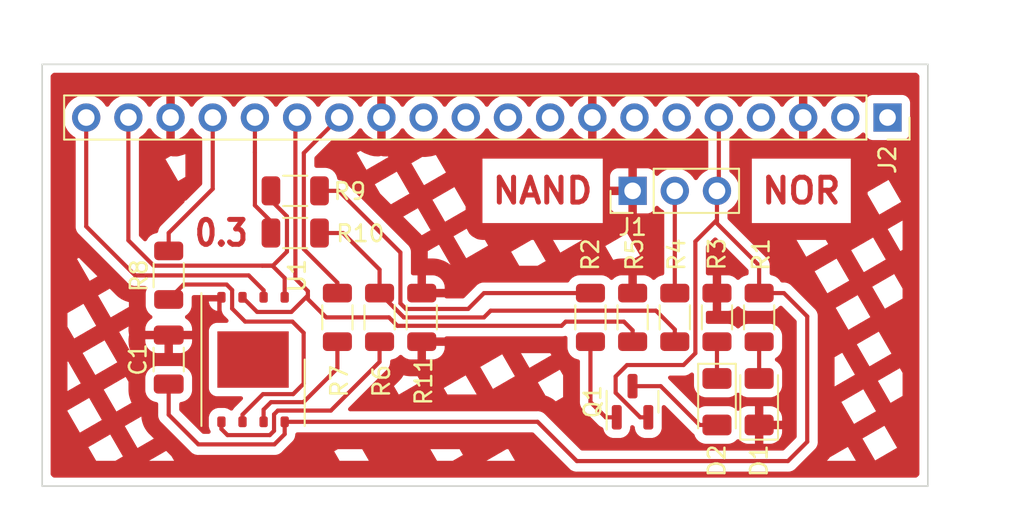
<source format=kicad_pcb>
(kicad_pcb (version 20211014) (generator pcbnew)
  (title_block (title "MilkV-Duo SPINOR interface") (date "2023-09-14") (rev "0.3") (company "Ewan Parker"))
  (layers (0 "F.Cu" signal) (31 "B.Cu" signal) (34 "B.Paste" user) (35 "F.Paste" user) (36 "B.SilkS" user "B.Silkscreen") (37 "F.SilkS" user "F.Silkscreen") (38 "B.Mask" user) (39 "F.Mask" user) (44 "Edge.Cuts" user))
  (net 0 "")
  (net 1 "+3V3")
  (net 2 "GND")
  (net 3 "Net-(J1-Pad2)")
  (net 4 "VBUS")
  (net 13 "~{HOLD}")
  (net 14 "~{WP}")
  (net 15 "MOSI")
  (net 16 "SCK")
  (net 17 "~{CS}")
  (net 18 "MISO")
  (net 20 "/LEDP_A")
  (net 21 "/LEDA_K")
  (net 22 "/LEDA_A")
  (net 23 "/MOCCS_G")
  (footprint "Resistor_SMD:R_1206_3216Metric" (layer "F.Cu") (at 134.6257 101.6)
    (fp_text reference "R9" (at 3.287 0.029) (layer "F.SilkS"))
    (fp_text value "0R")
    (fp_line (start -0.727064 0.91) (end 0.727064 0.91) (layer "F.SilkS") (width 0.12))
    (fp_line (start -0.727064 -0.91) (end 0.727064 -0.91) (layer "F.SilkS") (width 0.12))
    (pad "1" smd roundrect (at -1.4625 0) (size 1.125 1.75) (layers "F.Cu" "F.Paste" "F.Mask") (roundrect_rratio 0.222222) (net 17 "~{CS}"))
    (pad "2" smd roundrect (at 1.4625 0) (size 1.125 1.75) (layers "F.Cu" "F.Paste" "F.Mask") (roundrect_rratio 0.222222) (net 17 "~{CS}"))
  )
  (footprint "Capacitor_SMD:C_1206_3216Metric" (layer "F.Cu") (at 127.0057 111.76 90)
    (fp_text reference "C1" (at 0 -1.85 90) (layer "F.SilkS"))
    (fp_text value "100n")
    (fp_line (start -0.711252 0.91) (end 0.711252 0.91) (layer "F.SilkS") (width 0.12))
    (fp_line (start -0.711252 -0.91) (end 0.711252 -0.91) (layer "F.SilkS") (width 0.12))
    (pad "1" smd roundrect (at -1.475 0 90) (size 1.15 1.8) (layers "F.Cu" "F.Paste" "F.Mask") (roundrect_rratio 0.217391) (net 1 "+3V3"))
    (pad "2" smd roundrect (at 1.475 0 90) (size 1.15 1.8) (layers "F.Cu" "F.Paste" "F.Mask") (roundrect_rratio 0.217391) (net 2 "GND"))
  )
  (footprint "LED_SMD:LED_1206_3216Metric" (layer "F.Cu") (at 160.0257 114.3 -90)
    (fp_text reference "D2" (at 3.556 0.0057 -90) (layer "F.SilkS"))
    (fp_text value "LED")
    (fp_line (start -2.285 -1.135) (end -2.285 1.135) (layer "F.SilkS") (width 0.12))
    (fp_line (start 1.6 -1.135) (end -2.285 -1.135) (layer "F.SilkS") (width 0.12))
    (fp_line (start -2.285 1.135) (end 1.6 1.135) (layer "F.SilkS") (width 0.12))
    (pad "1" smd roundrect (at -1.4 0 270) (size 1.25 1.75) (layers "F.Cu" "F.Paste" "F.Mask") (roundrect_rratio 0.2) (net 21 "/LEDA_K"))
    (pad "2" smd roundrect (at 1.4 0 270) (size 1.25 1.75) (layers "F.Cu" "F.Paste" "F.Mask") (roundrect_rratio 0.2) (net 22 "/LEDA_A"))
  )
  (footprint "Resistor_SMD:R_1206_3216Metric" (layer "F.Cu") (at 154.9457 109.22 90)
    (fp_text reference "R5" (at 3.781 0.112 90) (layer "F.SilkS"))
    (fp_text value "4k7")
    (fp_line (start -0.727064 -0.91) (end 0.727064 -0.91) (layer "F.SilkS") (width 0.12))
    (fp_line (start -0.727064 0.91) (end 0.727064 0.91) (layer "F.SilkS") (width 0.12))
    (pad "1" smd roundrect (at -1.4625 0 90) (size 1.125 1.75) (layers "F.Cu" "F.Paste" "F.Mask") (roundrect_rratio 0.222222) (net 14 "~{WP}"))
    (pad "2" smd roundrect (at 1.4625 0 90) (size 1.125 1.75) (layers "F.Cu" "F.Paste" "F.Mask") (roundrect_rratio 0.222222) (net 2 "GND"))
  )
  (footprint "Resistor_SMD:R_1206_3216Metric" (layer "F.Cu") (at 162.5657 109.22 -90)
    (fp_text reference "R1" (at -3.781 -0.112 90) (layer "F.SilkS"))
    (fp_text value "10k")
    (fp_line (start -0.727064 0.91) (end 0.727064 0.91) (layer "F.SilkS") (width 0.12))
    (fp_line (start -0.727064 -0.91) (end 0.727064 -0.91) (layer "F.SilkS") (width 0.12))
    (pad "1" smd roundrect (at -1.4625 0 270) (size 1.125 1.75) (layers "F.Cu" "F.Paste" "F.Mask") (roundrect_rratio 0.222222) (net 1 "+3V3"))
    (pad "2" smd roundrect (at 1.4625 0 270) (size 1.125 1.75) (layers "F.Cu" "F.Paste" "F.Mask") (roundrect_rratio 0.222222) (net 20 "/LEDP_A"))
  )
  (footprint "Resistor_SMD:R_1206_3216Metric" (layer "F.Cu") (at 139.7057 109.22 -90)
    (fp_text reference "R6" (at 3.839 -0.112 90) (layer "F.SilkS"))
    (fp_text value "0R")
    (fp_line (start -0.727064 0.91) (end 0.727064 0.91) (layer "F.SilkS") (width 0.12))
    (fp_line (start -0.727064 -0.91) (end 0.727064 -0.91) (layer "F.SilkS") (width 0.12))
    (pad "1" smd roundrect (at -1.4625 0 270) (size 1.125 1.75) (layers "F.Cu" "F.Paste" "F.Mask") (roundrect_rratio 0.222222) (net 15 "MOSI"))
    (pad "2" smd roundrect (at 1.4625 0 270) (size 1.125 1.75) (layers "F.Cu" "F.Paste" "F.Mask") (roundrect_rratio 0.222222) (net 15 "MOSI"))
  )
  (footprint "Resistor_SMD:R_1206_3216Metric" (layer "F.Cu") (at 152.4057 109.22 -90)
    (fp_text reference "R2" (at -3.781 0 90) (layer "F.SilkS"))
    (fp_text value "4k7")
    (fp_line (start -0.727064 -0.91) (end 0.727064 -0.91) (layer "F.SilkS") (width 0.12))
    (fp_line (start -0.727064 0.91) (end 0.727064 0.91) (layer "F.SilkS") (width 0.12))
    (pad "1" smd roundrect (at -1.4625 0 270) (size 1.125 1.75) (layers "F.Cu" "F.Paste" "F.Mask") (roundrect_rratio 0.222222) (net 17 "~{CS}"))
    (pad "2" smd roundrect (at 1.4625 0 270) (size 1.125 1.75) (layers "F.Cu" "F.Paste" "F.Mask") (roundrect_rratio 0.222222) (net 23 "/MOCCS_G"))
  )
  (footprint "Resistor_SMD:R_1206_3216Metric" (layer "F.Cu") (at 142.2457 109.22 -90)
    (fp_text reference "R11" (at 3.839 -0.112 90) (layer "F.SilkS"))
    (fp_text value "0R")
    (fp_line (start -0.727064 0.91) (end 0.727064 0.91) (layer "F.SilkS") (width 0.12))
    (fp_line (start -0.727064 -0.91) (end 0.727064 -0.91) (layer "F.SilkS") (width 0.12))
    (pad "1" smd roundrect (at -1.4625 0 270) (size 1.125 1.75) (layers "F.Cu" "F.Paste" "F.Mask") (roundrect_rratio 0.222222) (net 2 "GND"))
    (pad "2" smd roundrect (at 1.4625 0 270) (size 1.125 1.75) (layers "F.Cu" "F.Paste" "F.Mask") (roundrect_rratio 0.222222) (net 2 "GND"))
  )
  (footprint "Resistor_SMD:R_1206_3216Metric" (layer "F.Cu") (at 157.4857 109.22 90)
    (fp_text reference "R4" (at 3.781 0.112 90) (layer "F.SilkS"))
    (fp_text value "4k7")
    (fp_line (start -0.727064 0.91) (end 0.727064 0.91) (layer "F.SilkS") (width 0.12))
    (fp_line (start -0.727064 -0.91) (end 0.727064 -0.91) (layer "F.SilkS") (width 0.12))
    (pad "1" smd roundrect (at -1.4625 0 90) (size 1.125 1.75) (layers "F.Cu" "F.Paste" "F.Mask") (roundrect_rratio 0.222222) (net 15 "MOSI"))
    (pad "2" smd roundrect (at 1.4625 0 90) (size 1.125 1.75) (layers "F.Cu" "F.Paste" "F.Mask") (roundrect_rratio 0.222222) (net 3 "Net-(J1-Pad2)"))
  )
  (footprint "Connector_PinHeader_2.54mm:PinHeader_1x03_P2.54mm_Vertical" (layer "F.Cu") (at 154.9457 101.6 90)
    (fp_text reference "J1" (at -2.188 0 180) (layer "F.SilkS"))
    (fp_text value "Conn_01x03_Male")
    (fp_line (start -1.33 6.41) (end 1.33 6.41) (layer "F.SilkS") (width 0.12))
    (fp_line (start 1.33 1.27) (end 1.33 6.41) (layer "F.SilkS") (width 0.12))
    (fp_line (start -1.33 1.27) (end 1.33 1.27) (layer "F.SilkS") (width 0.12))
    (fp_line (start -1.33 0) (end -1.33 -1.33) (layer "F.SilkS") (width 0.12))
    (fp_line (start -1.33 1.27) (end -1.33 6.41) (layer "F.SilkS") (width 0.12))
    (fp_line (start -1.33 -1.33) (end 0 -1.33) (layer "F.SilkS") (width 0.12))
    (pad "1" thru_hole rect (at 0 0 90) (size 1.7 1.7) (drill 1) (layers *.Cu *.Mask) (net 2 "GND"))
    (pad "2" thru_hole oval (at 0 2.54 90) (size 1.7 1.7) (drill 1) (layers *.Cu *.Mask) (net 3 "Net-(J1-Pad2)"))
    (pad "3" thru_hole oval (at 0 5.08 90) (size 1.7 1.7) (drill 1) (layers *.Cu *.Mask) (net 1 "+3V3"))
  )
  (footprint "Resistor_SMD:R_1206_3216Metric" (layer "F.Cu") (at 127.0057 106.68 -90)
    (fp_text reference "R8" (at 0.029 1.793 90) (layer "F.SilkS"))
    (fp_text value "0R")
    (fp_line (start -0.727064 -0.91) (end 0.727064 -0.91) (layer "F.SilkS") (width 0.12))
    (fp_line (start -0.727064 0.91) (end 0.727064 0.91) (layer "F.SilkS") (width 0.12))
    (pad "1" smd roundrect (at -1.4625 0 270) (size 1.125 1.75) (layers "F.Cu" "F.Paste" "F.Mask") (roundrect_rratio 0.222222) (net 16 "SCK"))
    (pad "2" smd roundrect (at 1.4625 0 270) (size 1.125 1.75) (layers "F.Cu" "F.Paste" "F.Mask") (roundrect_rratio 0.222222) (net 16 "SCK"))
  )
  (footprint "Resistor_SMD:R_1206_3216Metric" (layer "F.Cu") (at 134.6257 104.14)
    (fp_text reference "R10" (at 3.922 0.029) (layer "F.SilkS"))
    (fp_text value "0R")
    (fp_line (start -0.727064 -0.91) (end 0.727064 -0.91) (layer "F.SilkS") (width 0.12))
    (fp_line (start -0.727064 0.91) (end 0.727064 0.91) (layer "F.SilkS") (width 0.12))
    (pad "1" smd roundrect (at -1.4625 0) (size 1.125 1.75) (layers "F.Cu" "F.Paste" "F.Mask") (roundrect_rratio 0.222222) (net 15 "MOSI"))
    (pad "2" smd roundrect (at 1.4625 0) (size 1.125 1.75) (layers "F.Cu" "F.Paste" "F.Mask") (roundrect_rratio 0.222222) (net 15 "MOSI"))
  )
  (footprint "Package_SON:WSON-8-1EP_8x6mm_P1.27mm_EP3.4x4.3mm" (layer "F.Cu") (at 132.0857 111.76 -90)
    (fp_text reference "U1" (at -5.051 -2.652 90) (layer "F.SilkS"))
    (fp_text value "W25Q32JVZP")
    (fp_line (start 0 -3.11) (end 4 -3.11) (layer "F.SilkS") (width 0.12))
    (fp_line (start -4 3.11) (end 4 3.11) (layer "F.SilkS") (width 0.12))
    (pad "1" smd roundrect locked (at -3.75 -1.905 270) (size 0.65 0.5) (layers "F.Cu" "F.Paste" "F.Mask") (net 17 "~{CS}"))
    (pad "2" smd roundrect locked (at -3.75 -0.635 270) (size 0.65 0.5) (layers "F.Cu" "F.Paste" "F.Mask") (net 18 "MISO"))
    (pad "3" smd roundrect locked (at -3.75 0.635 270) (size 0.65 0.5) (layers "F.Cu" "F.Paste" "F.Mask") (net 14 "~{WP}"))
    (pad "4" smd roundrect locked (at -3.75 1.905 270) (size 0.65 0.5) (layers "F.Cu" "F.Paste" "F.Mask") (net 2 "GND"))
    (pad "5" smd roundrect locked (at 3.75 1.905 270) (size 0.65 0.5) (layers "F.Cu" "F.Paste" "F.Mask") (net 15 "MOSI"))
    (pad "6" smd roundrect locked (at 3.75 0.635 270) (size 0.65 0.5) (layers "F.Cu" "F.Paste" "F.Mask") (net 16 "SCK"))
    (pad "7" smd roundrect locked (at 3.75 -0.635 270) (size 0.65 0.5) (layers "F.Cu" "F.Paste" "F.Mask") (net 13 "~{HOLD}"))
    (pad "8" smd roundrect locked (at 3.75 -1.905 270) (size 0.65 0.5) (layers "F.Cu" "F.Paste" "F.Mask") (net 1 "+3V3"))
    (pad "9" smd rect locked (at 0 0 270) (size 3.4 4.3) (layers "F.Cu" "F.Mask"))
  )
  (footprint "Package_TO_SOT_SMD:SOT-23" (layer "F.Cu") (at 154.94 114.3 90)
    (fp_text reference "Q1" (at 0 -2.4 90) (layer "F.SilkS"))
    (fp_text value "FDN340P")
    (fp_line (start 0 -1.56) (end -1.675 -1.56) (layer "F.SilkS") (width 0.12))
    (fp_line (start 0 -1.56) (end 0.65 -1.56) (layer "F.SilkS") (width 0.12))
    (fp_line (start 0 1.56) (end -0.65 1.56) (layer "F.SilkS") (width 0.12))
    (fp_line (start 0 1.56) (end 0.65 1.56) (layer "F.SilkS") (width 0.12))
    (pad "1" smd roundrect (at -0.9375 -0.95 90) (size 1.475 0.6) (layers "F.Cu" "F.Paste" "F.Mask") (net 23 "/MOCCS_G"))
    (pad "2" smd roundrect (at -0.9375 0.95 90) (size 1.475 0.6) (layers "F.Cu" "F.Paste" "F.Mask") (net 1 "+3V3"))
    (pad "3" smd roundrect (at 0.9375 0 90) (size 1.475 0.6) (layers "F.Cu" "F.Paste" "F.Mask") (net 22 "/LEDA_A"))
  )
  (footprint "LED_SMD:LED_1206_3216Metric" (layer "F.Cu") (at 162.5657 114.3 90)
    (fp_text reference "D1" (at -3.556 -0.0057 90) (layer "F.SilkS"))
    (fp_text value "LED")
    (fp_line (start 1.6 -1.135) (end -2.285 -1.135) (layer "F.SilkS") (width 0.12))
    (fp_line (start -2.285 -1.135) (end -2.285 1.135) (layer "F.SilkS") (width 0.12))
    (fp_line (start -2.285 1.135) (end 1.6 1.135) (layer "F.SilkS") (width 0.12))
    (pad "1" smd roundrect (at -1.4 0 90) (size 1.25 1.75) (layers "F.Cu" "F.Paste" "F.Mask") (roundrect_rratio 0.2) (net 2 "GND"))
    (pad "2" smd roundrect (at 1.4 0 90) (size 1.25 1.75) (layers "F.Cu" "F.Paste" "F.Mask") (roundrect_rratio 0.2) (net 20 "/LEDP_A"))
  )
  (footprint "Resistor_SMD:R_1206_3216Metric" (layer "F.Cu") (at 160.0257 109.22 90)
    (fp_text reference "R3" (at 3.81 0 90) (layer "F.SilkS"))
    (fp_text value "4k7")
    (fp_line (start -0.727064 0.91) (end 0.727064 0.91) (layer "F.SilkS") (width 0.12))
    (fp_line (start -0.727064 -0.91) (end 0.727064 -0.91) (layer "F.SilkS") (width 0.12))
    (pad "1" smd roundrect (at -1.4625 0 90) (size 1.125 1.75) (layers "F.Cu" "F.Paste" "F.Mask") (roundrect_rratio 0.222222) (net 21 "/LEDA_K"))
    (pad "2" smd roundrect (at 1.4625 0 90) (size 1.125 1.75) (layers "F.Cu" "F.Paste" "F.Mask") (roundrect_rratio 0.222222) (net 2 "GND"))
  )
  (footprint "Resistor_SMD:R_1206_3216Metric" (layer "F.Cu") (at 137.1657 109.22 -90)
    (fp_text reference "R7" (at 3.839 -0.112 90) (layer "F.SilkS"))
    (fp_text value "0R")
    (fp_line (start -0.727064 -0.91) (end 0.727064 -0.91) (layer "F.SilkS") (width 0.12))
    (fp_line (start -0.727064 0.91) (end 0.727064 0.91) (layer "F.SilkS") (width 0.12))
    (pad "1" smd roundrect (at -1.4625 0 270) (size 1.125 1.75) (layers "F.Cu" "F.Paste" "F.Mask") (roundrect_rratio 0.222222) (net 13 "~{HOLD}"))
    (pad "2" smd roundrect (at 1.4625 0 270) (size 1.125 1.75) (layers "F.Cu" "F.Paste" "F.Mask") (roundrect_rratio 0.222222) (net 13 "~{HOLD}"))
  )
  (footprint "Connector_PinSocket_2.54mm:PinSocket_1x20_P2.54mm_Vertical" (layer "F.Cu") (at 170.2977 97.184 -90)
    (fp_text reference "J2" (at 2.54 0 90) (layer "F.SilkS"))
    (fp_text value "Conn_01x20_Female")
    (fp_line (start 0 -1.33) (end 1.33 -1.33) (layer "F.SilkS") (width 0.12))
    (fp_line (start 1.33 1.27) (end 1.33 49.59) (layer "F.SilkS") (width 0.12))
    (fp_line (start -1.33 49.59) (end 1.33 49.59) (layer "F.SilkS") (width 0.12))
    (fp_line (start -1.33 1.27) (end -1.33 49.59) (layer "F.SilkS") (width 0.12))
    (fp_line (start 1.33 -1.33) (end 1.33 0) (layer "F.SilkS") (width 0.12))
    (fp_line (start -1.33 1.27) (end 1.33 1.27) (layer "F.SilkS") (width 0.12))
    (pad "1" thru_hole rect (at 0 0 270) (size 1.7 1.7) (drill 1) (layers *.Cu *.Mask) (net 4 "VBUS"))
    (pad "2" thru_hole oval (at 0 2.54 270) (size 1.7 1.7) (drill 1) (layers *.Cu *.Mask))
    (pad "3" thru_hole oval (at 0 5.08 270) (size 1.7 1.7) (drill 1) (layers *.Cu *.Mask) (net 2 "GND"))
    (pad "4" thru_hole oval (at 0 7.62 270) (size 1.7 1.7) (drill 1) (layers *.Cu *.Mask))
    (pad "5" thru_hole oval (at 0 10.16 270) (size 1.7 1.7) (drill 1) (layers *.Cu *.Mask) (net 1 "+3V3"))
    (pad "6" thru_hole oval (at 0 12.7 270) (size 1.7 1.7) (drill 1) (layers *.Cu *.Mask))
    (pad "7" thru_hole oval (at 0 15.24 270) (size 1.7 1.7) (drill 1) (layers *.Cu *.Mask))
    (pad "8" thru_hole oval (at 0 17.78 270) (size 1.7 1.7) (drill 1) (layers *.Cu *.Mask) (net 2 "GND"))
    (pad "9" thru_hole oval (at 0 20.32 270) (size 1.7 1.7) (drill 1) (layers *.Cu *.Mask))
    (pad "10" thru_hole oval (at 0 22.86 270) (size 1.7 1.7) (drill 1) (layers *.Cu *.Mask))
    (pad "11" thru_hole oval (at 0 25.4 270) (size 1.7 1.7) (drill 1) (layers *.Cu *.Mask))
    (pad "12" thru_hole oval (at 0 27.94 270) (size 1.7 1.7) (drill 1) (layers *.Cu *.Mask))
    (pad "13" thru_hole oval (at 0 30.48 270) (size 1.7 1.7) (drill 1) (layers *.Cu *.Mask) (net 2 "GND"))
    (pad "14" thru_hole oval (at 0 33.02 270) (size 1.7 1.7) (drill 1) (layers *.Cu *.Mask) (net 13 "~{HOLD}"))
    (pad "15" thru_hole oval (at 0 35.56 270) (size 1.7 1.7) (drill 1) (layers *.Cu *.Mask) (net 14 "~{WP}"))
    (pad "16" thru_hole oval (at 0 38.1 270) (size 1.7 1.7) (drill 1) (layers *.Cu *.Mask) (net 15 "MOSI"))
    (pad "17" thru_hole oval (at 0 40.64 270) (size 1.7 1.7) (drill 1) (layers *.Cu *.Mask) (net 16 "SCK"))
    (pad "18" thru_hole oval (at 0 43.18 270) (size 1.7 1.7) (drill 1) (layers *.Cu *.Mask) (net 2 "GND"))
    (pad "19" thru_hole oval (at 0 45.72 270) (size 1.7 1.7) (drill 1) (layers *.Cu *.Mask) (net 17 "~{CS}"))
    (pad "20" thru_hole oval (at 0 48.26 270) (size 1.7 1.7) (drill 1) (layers *.Cu *.Mask) (net 18 "MISO"))
  )
  (gr_line (start 119.3857 93.98) (end 172.7257 93.98) (layer "Edge.Cuts") (width 0.1))
  (gr_line (start 172.7257 119.38) (end 119.3857 119.38) (layer "Edge.Cuts") (width 0.1))
  (gr_line (start 119.3857 119.38) (end 119.3857 93.98) (layer "Edge.Cuts") (width 0.1))
  (gr_line (start 172.7257 93.98) (end 172.7257 119.38) (layer "Edge.Cuts") (width 0.1))
  (gr_text "NAND" (at 149.525 101.6) (layer "F.Cu") (effects (font (size 1.5 1.5) (thickness 0.3))))
  (gr_text "0.3" (at 130.175 104.14) (layer "F.Cu") (effects (font (size 1.5 1.3) (thickness 0.3))))
  (gr_text "NOR" (at 165.1057 101.6) (layer "F.Cu") (effects (font (size 1.5 1.5) (thickness 0.3))))
  (segment (start 133.9907 116.2501) (end 133.3718 116.869) (width 0.25) (layer "F.Cu") (net 1))
  (segment (start 164.3 117.875) (end 165.4613 116.7137) (width 0.25) (layer "F.Cu") (net 1))
  (segment (start 160.1377 97.184) (end 160.1377 101.488) (width 0.25) (layer "F.Cu") (net 1))
  (segment (start 149.2215 115.51) (end 151.5865 117.875) (width 0.25) (layer "F.Cu") (net 1))
  (segment (start 154.6098 112.0902) (end 158.0134 112.0902) (width 0.25) (layer "F.Cu") (net 1))
  (segment (start 153.924 112.776) (end 154.6098 112.0902) (width 0.25) (layer "F.Cu") (net 1))
  (segment (start 153.924 113.762249) (end 153.924 112.776) (width 0.25) (layer "F.Cu") (net 1))
  (segment (start 155.89 115.2375) (end 155.399251 115.2375) (width 0.25) (layer "F.Cu") (net 1))
  (segment (start 165.4613 109.1624) (end 164.0564 107.7575) (width 0.25) (layer "F.Cu") (net 1))
  (segment (start 162.5657 106.1015) (end 162.5657 107.7575) (width 0.25) (layer "F.Cu") (net 1))
  (segment (start 127.0057 115.085) (end 127.0057 113.235) (width 0.25) (layer "F.Cu") (net 1))
  (segment (start 164.0564 107.7575) (end 162.5657 107.7575) (width 0.25) (layer "F.Cu") (net 1))
  (segment (start 158.7246 104.648) (end 160.0257 103.3469) (width 0.25) (layer "F.Cu") (net 1))
  (segment (start 155.399251 115.2375) (end 153.924 113.762249) (width 0.25) (layer "F.Cu") (net 1))
  (segment (start 160.0257 103.3469) (end 160.0257 103.5615) (width 0.25) (layer "F.Cu") (net 1))
  (segment (start 160.0257 101.6) (end 160.0257 103.3469) (width 0.25) (layer "F.Cu") (net 1))
  (segment (start 158.0134 112.0902) (end 158.7246 111.379) (width 0.25) (layer "F.Cu") (net 1))
  (segment (start 160.0257 103.5615) (end 162.5657 106.1015) (width 0.25) (layer "F.Cu") (net 1))
  (segment (start 151.5865 117.875) (end 164.3 117.875) (width 0.25) (layer "F.Cu") (net 1))
  (segment (start 133.9907 115.51) (end 133.9907 116.2501) (width 0.25) (layer "F.Cu") (net 1))
  (segment (start 158.7246 111.379) (end 158.7246 104.648) (width 0.25) (layer "F.Cu") (net 1))
  (segment (start 133.3718 116.869) (end 128.7897 116.869) (width 0.25) (layer "F.Cu") (net 1))
  (segment (start 128.7897 116.869) (end 127.0057 115.085) (width 0.25) (layer "F.Cu") (net 1))
  (segment (start 165.4613 116.7137) (end 165.4613 109.1624) (width 0.25) (layer "F.Cu") (net 1))
  (segment (start 133.9907 115.51) (end 149.2215 115.51) (width 0.25) (layer "F.Cu") (net 1))
  (segment (start 157.4857 101.6) (end 157.4857 107.7575) (width 0.25) (layer "F.Cu") (net 3))
  (segment (start 137.1657 112.282) (end 137.1657 110.6825) (width 0.25) (layer "F.Cu") (net 13))
  (segment (start 135.1223 114.3254) (end 137.1657 112.282) (width 0.25) (layer "F.Cu") (net 13))
  (segment (start 135.1441 99.3176) (end 137.2777 97.184) (width 0.25) (layer "F.Cu") (net 13))
  (segment (start 133.16935 114.3254) (end 135.1223 114.3254) (width 0.25) (layer "F.Cu") (net 13))
  (segment (start 135.1441 105.1088) (end 135.1441 99.3176) (width 0.25) (layer "F.Cu") (net 13))
  (segment (start 132.7207 115.51) (end 132.7207 114.77405) (width 0.25) (layer "F.Cu") (net 13))
  (segment (start 137.1657 107.1304) (end 135.1441 105.1088) (width 0.25) (layer "F.Cu") (net 13))
  (segment (start 137.1657 107.7575) (end 137.1657 107.1304) (width 0.25) (layer "F.Cu") (net 13))
  (segment (start 132.7207 114.77405) (end 133.16935 114.3254) (width 0.25) (layer "F.Cu") (net 13))
  (segment (start 154.9457 110.6825) (end 154.9457 110.0006) (width 0.25) (layer "F.Cu") (net 14))
  (segment (start 154.4227 109.4776) (end 150.9173 109.4776) (width 0.25) (layer "F.Cu") (net 14))
  (segment (start 134.7377 97.184) (end 134.6361 97.2856) (width 0.25) (layer "F.Cu") (net 14))
  (segment (start 134.6361 97.2856) (end 134.6361 106.8868) (width 0.25) (layer "F.Cu") (net 14))
  (segment (start 132.3341 108.8934) (end 134.3935 108.8934) (width 0.25) (layer "F.Cu") (net 14))
  (segment (start 135.3877 107.6384) (end 135.3877 107.8992) (width 0.25) (layer "F.Cu") (net 14))
  (segment (start 134.3935 108.8934) (end 135.3877 107.8992) (width 0.25) (layer "F.Cu") (net 14))
  (segment (start 136.4867 109.22) (end 135.3877 108.121) (width 0.25) (layer "F.Cu") (net 14))
  (segment (start 150.9173 109.4776) (end 150.6669 109.728) (width 0.25) (layer "F.Cu") (net 14))
  (segment (start 131.4507 108.01) (end 132.3341 108.8934) (width 0.25) (layer "F.Cu") (net 14))
  (segment (start 150.6669 109.728) (end 140.7793 109.728) (width 0.25) (layer "F.Cu") (net 14))
  (segment (start 134.6361 106.8868) (end 135.3877 107.6384) (width 0.25) (layer "F.Cu") (net 14))
  (segment (start 140.7793 109.728) (end 140.2713 109.22) (width 0.25) (layer "F.Cu") (net 14))
  (segment (start 135.3877 108.121) (end 135.3877 107.8992) (width 0.25) (layer "F.Cu") (net 14))
  (segment (start 140.2713 109.22) (end 136.4867 109.22) (width 0.25) (layer "F.Cu") (net 14))
  (segment (start 154.9457 110.0006) (end 154.4227 109.4776) (width 0.25) (layer "F.Cu") (net 14))
  (segment (start 132.1977 99.2782) (end 132.1977 102.474) (width 0.25) (layer "F.Cu") (net 15))
  (segment (start 130.5467 116.3102) (end 130.1807 115.9442) (width 0.25) (layer "F.Cu") (net 15))
  (segment (start 157.4857 110.6825) (end 157.4857 109.9498) (width 0.25) (layer "F.Cu") (net 15))
  (segment (start 139.7057 106.343) (end 139.7057 107.7575) (width 0.25) (layer "F.Cu") (net 15))
  (segment (start 136.7733 114.8334) (end 133.5786 114.8334) (width 0.25) (layer "F.Cu") (net 15))
  (segment (start 139.7057 110.6825) (end 139.7057 111.901) (width 0.25) (layer "F.Cu") (net 15))
  (segment (start 133.1632 104.14) (end 133.1632 103.4395) (width 0.25) (layer "F.Cu") (net 15))
  (segment (start 133.0924 116.3102) (end 130.5467 116.3102) (width 0.25) (layer "F.Cu") (net 15))
  (segment (start 146.3963 108.8172) (end 145.9899 109.2236) (width 0.25) (layer "F.Cu") (net 15))
  (segment (start 133.35 116.0526) (end 133.0924 116.3102) (width 0.25) (layer "F.Cu") (net 15))
  (segment (start 130.1807 115.9442) (end 130.1807 115.51) (width 0.25) (layer "F.Cu") (net 15))
  (segment (start 133.1632 103.4395) (end 132.1977 102.474) (width 0.25) (layer "F.Cu") (net 15))
  (segment (start 132.1977 97.184) (end 132.1977 99.2782) (width 0.25) (layer "F.Cu") (net 15))
  (segment (start 145.9899 109.2236) (end 141.1718 109.2236) (width 0.25) (layer "F.Cu") (net 15))
  (segment (start 141.1718 109.2236) (end 139.7057 107.7575) (width 0.25) (layer "F.Cu") (net 15))
  (segment (start 136.0882 104.14) (end 137.5027 104.14) (width 0.25) (layer "F.Cu") (net 15))
  (segment (start 157.4857 109.9498) (end 156.3531 108.8172) (width 0.25) (layer "F.Cu") (net 15))
  (segment (start 133.35 115.062) (end 133.35 116.0526) (width 0.25) (layer "F.Cu") (net 15))
  (segment (start 133.5786 114.8334) (end 133.35 115.062) (width 0.25) (layer "F.Cu") (net 15))
  (segment (start 137.5027 104.14) (end 139.7057 106.343) (width 0.25) (layer "F.Cu") (net 15))
  (segment (start 156.3531 108.8172) (end 146.3963 108.8172) (width 0.25) (layer "F.Cu") (net 15))
  (segment (start 139.7057 111.901) (end 136.7733 114.8334) (width 0.25) (layer "F.Cu") (net 15))
  (segment (start 131.6099 109.474) (end 134.4547 109.474) (width 0.25) (layer "F.Cu") (net 16))
  (segment (start 135.1337 113.212) (end 134.5029 113.8428) (width 0.25) (layer "F.Cu") (net 16))
  (segment (start 134.5029 113.8428) (end 132.6839 113.8428) (width 0.25) (layer "F.Cu") (net 16))
  (segment (start 127.0057 105.2175) (end 127.0057 104.1343) (width 0.25) (layer "F.Cu") (net 16))
  (segment (start 130.8261 107.5726) (end 130.8261 108.6902) (width 0.25) (layer "F.Cu") (net 16))
  (segment (start 130.8261 108.6902) (end 131.6099 109.474) (width 0.25) (layer "F.Cu") (net 16))
  (segment (start 135.1337 110.153) (end 135.1337 113.212) (width 0.25) (layer "F.Cu") (net 16))
  (segment (start 132.6839 113.8428) (end 131.4507 115.076) (width 0.25) (layer "F.Cu") (net 16))
  (segment (start 127.0057 104.1343) (end 129.6577 101.4823) (width 0.25) (layer "F.Cu") (net 16))
  (segment (start 127.9058 107.2424) (end 130.4959 107.2424) (width 0.25) (layer "F.Cu") (net 16))
  (segment (start 127.0057 108.1425) (end 127.9058 107.2424) (width 0.25) (layer "F.Cu") (net 16))
  (segment (start 134.4547 109.474) (end 135.1337 110.153) (width 0.25) (layer "F.Cu") (net 16))
  (segment (start 131.4507 115.076) (end 131.4507 115.51) (width 0.25) (layer "F.Cu") (net 16))
  (segment (start 130.4959 107.2424) (end 130.8261 107.5726) (width 0.25) (layer "F.Cu") (net 16))
  (segment (start 129.6577 101.4823) (end 129.6577 97.184) (width 0.25) (layer "F.Cu") (net 16))
  (segment (start 124.5777 104.5822) (end 126.1005 106.105) (width 0.25) (layer "F.Cu") (net 17))
  (segment (start 133.2447 106.105) (end 133.9907 106.851) (width 0.25) (layer "F.Cu") (net 17))
  (segment (start 132.6351 106.105) (end 133.2447 106.105) (width 0.25) (layer "F.Cu") (net 17))
  (segment (start 124.5777 97.184) (end 124.5777 104.5822) (width 0.25) (layer "F.Cu") (net 17))
  (segment (start 133.9907 106.851) (end 133.9907 108.01) (width 0.25) (layer "F.Cu") (net 17))
  (segment (start 137.2487 101.6) (end 140.9607 105.312) (width 0.25) (layer "F.Cu") (net 17))
  (segment (start 141.296596 108.712) (end 145.0397 108.712) (width 0.25) (layer "F.Cu") (net 17))
  (segment (start 145.9942 107.7575) (end 152.4057 107.7575) (width 0.25) (layer "F.Cu") (net 17))
  (segment (start 136.0882 101.6) (end 137.2487 101.6) (width 0.25) (layer "F.Cu") (net 17))
  (segment (start 134.1281 105.2612) (end 133.2843 106.105) (width 0.25) (layer "F.Cu") (net 17))
  (segment (start 133.1632 102.17088) (end 134.1281 103.13578) (width 0.25) (layer "F.Cu") (net 17))
  (segment (start 145.0397 108.712) (end 145.9942 107.7575) (width 0.25) (layer "F.Cu") (net 17))
  (segment (start 134.1281 103.13578) (end 134.1281 105.2612) (width 0.25) (layer "F.Cu") (net 17))
  (segment (start 133.2843 106.105) (end 132.6351 106.105) (width 0.25) (layer "F.Cu") (net 17))
  (segment (start 133.1632 101.6) (end 133.1632 102.17088) (width 0.25) (layer "F.Cu") (net 17))
  (segment (start 140.9607 108.376104) (end 141.296596 108.712) (width 0.25) (layer "F.Cu") (net 17))
  (segment (start 140.9607 105.312) (end 140.9607 108.376104) (width 0.25) (layer "F.Cu") (net 17))
  (segment (start 126.1005 106.105) (end 132.6351 106.105) (width 0.25) (layer "F.Cu") (net 17))
  (segment (start 132.7207 108.01) (end 132.7207 107.5876) (width 0.25) (layer "F.Cu") (net 18))
  (segment (start 131.8258 106.6927) (end 124.9864 106.6927) (width 0.25) (layer "F.Cu") (net 18))
  (segment (start 122.0377 103.744) (end 122.0377 97.184) (width 0.25) (layer "F.Cu") (net 18))
  (segment (start 132.7207 107.5876) (end 131.8258 106.6927) (width 0.25) (layer "F.Cu") (net 18))
  (segment (start 124.9864 106.6927) (end 122.0377 103.744) (width 0.25) (layer "F.Cu") (net 18))
  (segment (start 162.5657 112.9) (end 162.5657 110.6825) (width 0.25) (layer "F.Cu") (net 20))
  (segment (start 160.0257 112.9) (end 160.0257 110.6825) (width 0.25) (layer "F.Cu") (net 21))
  (segment (start 158.975 115.7) (end 156.6375 113.3625) (width 0.25) (layer "F.Cu") (net 22))
  (segment (start 160.0257 115.7) (end 158.975 115.7) (width 0.25) (layer "F.Cu") (net 22))
  (segment (start 156.6375 113.3625) (end 154.9457 113.3625) (width 0.25) (layer "F.Cu") (net 22))
  (segment (start 153.3246 115.2375) (end 153.9957 115.2375) (width 0.25) (layer "F.Cu") (net 23))
  (segment (start 152.4057 114.3186) (end 153.3246 115.2375) (width 0.25) (layer "F.Cu") (net 23))
  (segment (start 152.4057 110.6825) (end 152.4057 114.3186) (width 0.25) (layer "F.Cu") (net 23))
  (zone (net 2) (net_name "GND") (layer "F.Cu") (connect_pads (clearance 0.508)) (min_thickness 0.254) (fill yes (mode hatch) (thermal_gap 0.508) (thermal_bridge_width 0.508) (smoothing fillet) (radius 2) (hatch_thickness 1.016) (hatch_gap 1.524) (hatch_orientation 30) (hatch_border_algorithm hatch_thickness) (hatch_min_hole_area 0.3))
    (polygon (pts (xy 116.8457 121.92) (xy 116.8457 91.44) (xy 175.2657 91.44) (xy 175.2657 121.92)))
  )
)
</source>
